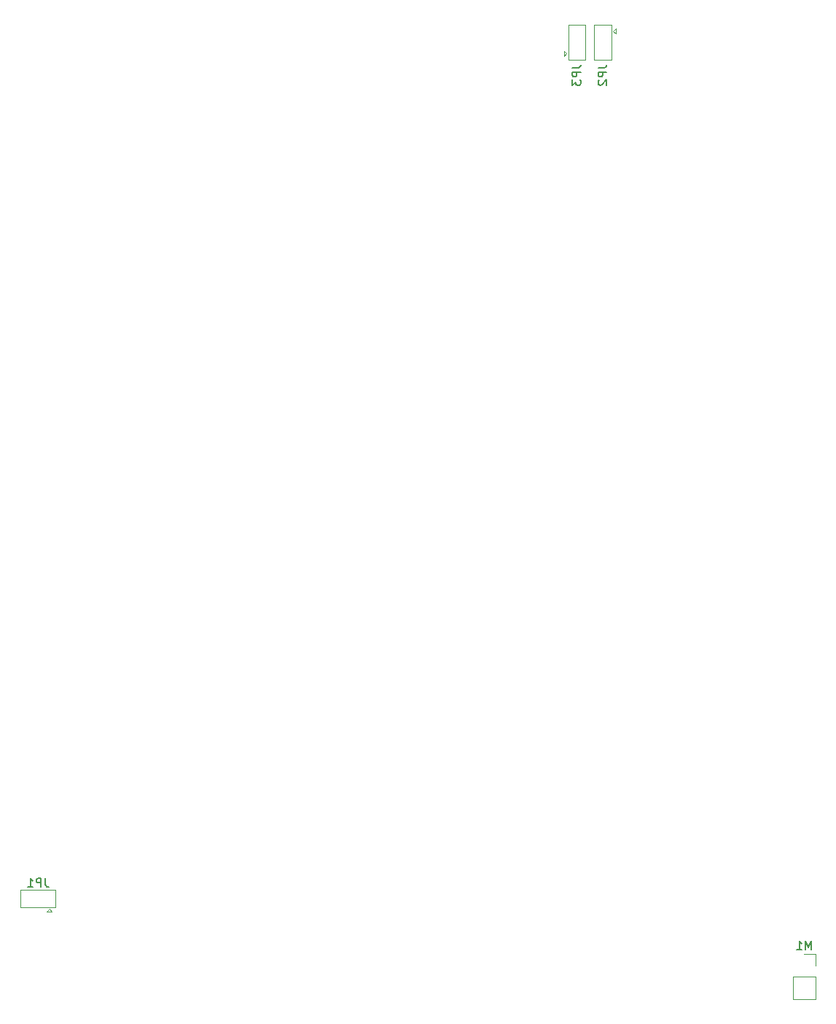
<source format=gbr>
%TF.GenerationSoftware,KiCad,Pcbnew,6.0.5+dfsg-1~bpo11+1*%
%TF.CreationDate,2022-06-23T19:05:58+00:00*%
%TF.ProjectId,OpenMowerMainboard,4f70656e-4d6f-4776-9572-4d61696e626f,rev?*%
%TF.SameCoordinates,Original*%
%TF.FileFunction,Legend,Bot*%
%TF.FilePolarity,Positive*%
%FSLAX46Y46*%
G04 Gerber Fmt 4.6, Leading zero omitted, Abs format (unit mm)*
G04 Created by KiCad (PCBNEW 6.0.5+dfsg-1~bpo11+1) date 2022-06-23 19:05:58*
%MOMM*%
%LPD*%
G01*
G04 APERTURE LIST*
%ADD10C,0.150000*%
%ADD11C,0.120000*%
G04 APERTURE END LIST*
D10*
%TO.C,JP1*%
X83833333Y-172852380D02*
X83833333Y-173566666D01*
X83880952Y-173709523D01*
X83976190Y-173804761D01*
X84119047Y-173852380D01*
X84214285Y-173852380D01*
X83357142Y-173852380D02*
X83357142Y-172852380D01*
X82976190Y-172852380D01*
X82880952Y-172900000D01*
X82833333Y-172947619D01*
X82785714Y-173042857D01*
X82785714Y-173185714D01*
X82833333Y-173280952D01*
X82880952Y-173328571D01*
X82976190Y-173376190D01*
X83357142Y-173376190D01*
X81833333Y-173852380D02*
X82404761Y-173852380D01*
X82119047Y-173852380D02*
X82119047Y-172852380D01*
X82214285Y-172995238D01*
X82309523Y-173090476D01*
X82404761Y-173138095D01*
%TO.C,JP3*%
X145052380Y-78766666D02*
X145766666Y-78766666D01*
X145909523Y-78719047D01*
X146004761Y-78623809D01*
X146052380Y-78480952D01*
X146052380Y-78385714D01*
X146052380Y-79242857D02*
X145052380Y-79242857D01*
X145052380Y-79623809D01*
X145100000Y-79719047D01*
X145147619Y-79766666D01*
X145242857Y-79814285D01*
X145385714Y-79814285D01*
X145480952Y-79766666D01*
X145528571Y-79719047D01*
X145576190Y-79623809D01*
X145576190Y-79242857D01*
X145052380Y-80147619D02*
X145052380Y-80766666D01*
X145433333Y-80433333D01*
X145433333Y-80576190D01*
X145480952Y-80671428D01*
X145528571Y-80719047D01*
X145623809Y-80766666D01*
X145861904Y-80766666D01*
X145957142Y-80719047D01*
X146004761Y-80671428D01*
X146052380Y-80576190D01*
X146052380Y-80290476D01*
X146004761Y-80195238D01*
X145957142Y-80147619D01*
%TO.C,M1*%
X172809523Y-181122380D02*
X172809523Y-180122380D01*
X172476190Y-180836666D01*
X172142857Y-180122380D01*
X172142857Y-181122380D01*
X171142857Y-181122380D02*
X171714285Y-181122380D01*
X171428571Y-181122380D02*
X171428571Y-180122380D01*
X171523809Y-180265238D01*
X171619047Y-180360476D01*
X171714285Y-180408095D01*
%TO.C,JP2*%
X148052380Y-78766666D02*
X148766666Y-78766666D01*
X148909523Y-78719047D01*
X149004761Y-78623809D01*
X149052380Y-78480952D01*
X149052380Y-78385714D01*
X149052380Y-79242857D02*
X148052380Y-79242857D01*
X148052380Y-79623809D01*
X148100000Y-79719047D01*
X148147619Y-79766666D01*
X148242857Y-79814285D01*
X148385714Y-79814285D01*
X148480952Y-79766666D01*
X148528571Y-79719047D01*
X148576190Y-79623809D01*
X148576190Y-79242857D01*
X148147619Y-80195238D02*
X148100000Y-80242857D01*
X148052380Y-80338095D01*
X148052380Y-80576190D01*
X148100000Y-80671428D01*
X148147619Y-80719047D01*
X148242857Y-80766666D01*
X148338095Y-80766666D01*
X148480952Y-80719047D01*
X149052380Y-80147619D01*
X149052380Y-80766666D01*
D11*
%TO.C,JP1*%
X84300000Y-176400000D02*
X84000000Y-176700000D01*
X85050000Y-174200000D02*
X80950000Y-174200000D01*
X84300000Y-176400000D02*
X84600000Y-176700000D01*
X80950000Y-174200000D02*
X80950000Y-176200000D01*
X80950000Y-176200000D02*
X85050000Y-176200000D01*
X85050000Y-176200000D02*
X85050000Y-174200000D01*
X84600000Y-176700000D02*
X84000000Y-176700000D01*
%TO.C,JP3*%
X146600000Y-73750000D02*
X144600000Y-73750000D01*
X144100000Y-77400000D02*
X144100000Y-76800000D01*
X144400000Y-77100000D02*
X144100000Y-77400000D01*
X144600000Y-73750000D02*
X144600000Y-77850000D01*
X144400000Y-77100000D02*
X144100000Y-76800000D01*
X146600000Y-77850000D02*
X146600000Y-73750000D01*
X144600000Y-77850000D02*
X146600000Y-77850000D01*
%TO.C,M1*%
X173330000Y-186870000D02*
X170670000Y-186870000D01*
X173330000Y-183000000D02*
X173330000Y-181670000D01*
X173330000Y-184270000D02*
X173330000Y-186870000D01*
X170670000Y-184270000D02*
X170670000Y-186870000D01*
X173330000Y-181670000D02*
X172000000Y-181670000D01*
X173330000Y-184270000D02*
X170670000Y-184270000D01*
%TO.C,JP2*%
X150100000Y-74200000D02*
X150100000Y-74800000D01*
X149800000Y-74500000D02*
X150100000Y-74200000D01*
X147600000Y-77850000D02*
X149600000Y-77850000D01*
X149600000Y-77850000D02*
X149600000Y-73750000D01*
X147600000Y-73750000D02*
X147600000Y-77850000D01*
X149600000Y-73750000D02*
X147600000Y-73750000D01*
X149800000Y-74500000D02*
X150100000Y-74800000D01*
%TD*%
M02*

</source>
